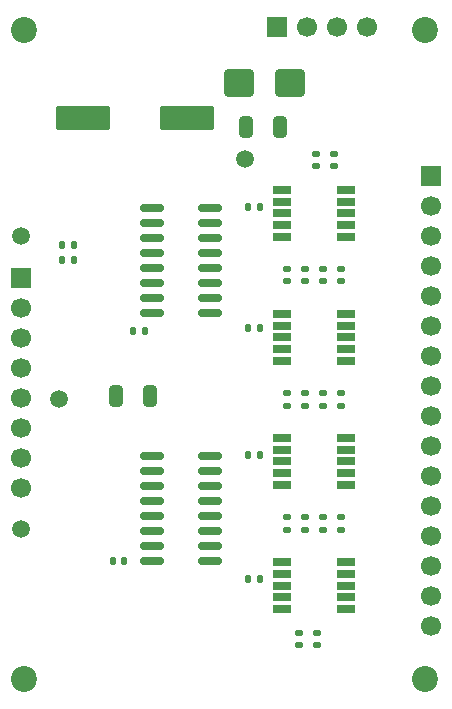
<source format=gts>
%TF.GenerationSoftware,KiCad,Pcbnew,9.0.6*%
%TF.CreationDate,2025-12-21T17:34:40-08:00*%
%TF.ProjectId,A3909 Prototyping,41333930-3920-4507-926f-746f74797069,rev?*%
%TF.SameCoordinates,Original*%
%TF.FileFunction,Soldermask,Top*%
%TF.FilePolarity,Negative*%
%FSLAX46Y46*%
G04 Gerber Fmt 4.6, Leading zero omitted, Abs format (unit mm)*
G04 Created by KiCad (PCBNEW 9.0.6) date 2025-12-21 17:34:40*
%MOMM*%
%LPD*%
G01*
G04 APERTURE LIST*
G04 Aperture macros list*
%AMRoundRect*
0 Rectangle with rounded corners*
0 $1 Rounding radius*
0 $2 $3 $4 $5 $6 $7 $8 $9 X,Y pos of 4 corners*
0 Add a 4 corners polygon primitive as box body*
4,1,4,$2,$3,$4,$5,$6,$7,$8,$9,$2,$3,0*
0 Add four circle primitives for the rounded corners*
1,1,$1+$1,$2,$3*
1,1,$1+$1,$4,$5*
1,1,$1+$1,$6,$7*
1,1,$1+$1,$8,$9*
0 Add four rect primitives between the rounded corners*
20,1,$1+$1,$2,$3,$4,$5,0*
20,1,$1+$1,$4,$5,$6,$7,0*
20,1,$1+$1,$6,$7,$8,$9,0*
20,1,$1+$1,$8,$9,$2,$3,0*%
G04 Aperture macros list end*
%ADD10RoundRect,0.140000X-0.140000X-0.170000X0.140000X-0.170000X0.140000X0.170000X-0.140000X0.170000X0*%
%ADD11RoundRect,0.250000X0.325000X0.650000X-0.325000X0.650000X-0.325000X-0.650000X0.325000X-0.650000X0*%
%ADD12RoundRect,0.250001X2.049999X0.799999X-2.049999X0.799999X-2.049999X-0.799999X2.049999X-0.799999X0*%
%ADD13RoundRect,0.140000X0.140000X0.170000X-0.140000X0.170000X-0.140000X-0.170000X0.140000X-0.170000X0*%
%ADD14RoundRect,0.250000X-0.325000X-0.650000X0.325000X-0.650000X0.325000X0.650000X-0.325000X0.650000X0*%
%ADD15RoundRect,0.250000X-1.000000X-0.900000X1.000000X-0.900000X1.000000X0.900000X-1.000000X0.900000X0*%
%ADD16C,1.500000*%
%ADD17C,2.200000*%
%ADD18R,1.525000X0.650000*%
%ADD19C,1.700000*%
%ADD20R,1.700000X1.700000*%
%ADD21RoundRect,0.135000X-0.135000X-0.185000X0.135000X-0.185000X0.135000X0.185000X-0.135000X0.185000X0*%
%ADD22RoundRect,0.135000X0.185000X-0.135000X0.185000X0.135000X-0.185000X0.135000X-0.185000X-0.135000X0*%
%ADD23RoundRect,0.135000X-0.185000X0.135000X-0.185000X-0.135000X0.185000X-0.135000X0.185000X0.135000X0*%
%ADD24RoundRect,0.150000X0.825000X0.150000X-0.825000X0.150000X-0.825000X-0.150000X0.825000X-0.150000X0*%
G04 APERTURE END LIST*
D10*
%TO.C,C1*%
X48730000Y-38000000D03*
X47770000Y-38000000D03*
%TD*%
%TO.C,C2*%
X48730000Y-48250000D03*
X47770000Y-48250000D03*
%TD*%
%TO.C,C3*%
X48730000Y-59000000D03*
X47770000Y-59000000D03*
%TD*%
%TO.C,C4*%
X48730000Y-69500000D03*
X47770000Y-69500000D03*
%TD*%
D11*
%TO.C,C5*%
X47525000Y-31250000D03*
X50475000Y-31250000D03*
%TD*%
D12*
%TO.C,C6*%
X33750000Y-30500000D03*
X42550000Y-30500000D03*
%TD*%
D13*
%TO.C,C7*%
X38020000Y-48500000D03*
X38980000Y-48500000D03*
%TD*%
D10*
%TO.C,C8*%
X37230000Y-68000000D03*
X36270000Y-68000000D03*
%TD*%
D14*
%TO.C,C9*%
X39475000Y-54000000D03*
X36525000Y-54000000D03*
%TD*%
D15*
%TO.C,D1*%
X51250000Y-27500000D03*
X46950000Y-27500000D03*
%TD*%
D16*
%TO.C,TP2*%
X28500000Y-65250000D03*
%TD*%
D17*
%TO.C,H1*%
X62750000Y-78000000D03*
%TD*%
%TO.C,H2*%
X62750000Y-23000000D03*
%TD*%
%TO.C,H3*%
X28750000Y-23000000D03*
%TD*%
%TO.C,H4*%
X28750000Y-78000000D03*
%TD*%
D18*
%TO.C,IC1*%
X56037000Y-47075000D03*
X56037000Y-48075000D03*
X56037000Y-49075000D03*
X56037000Y-50075000D03*
X56037000Y-51075000D03*
X50613000Y-51075000D03*
X50613000Y-50075000D03*
X50613000Y-49075000D03*
X50613000Y-48075000D03*
X50613000Y-47075000D03*
%TD*%
%TO.C,IC2*%
X56037000Y-36575000D03*
X56037000Y-37575000D03*
X56037000Y-38575000D03*
X56037000Y-39575000D03*
X56037000Y-40575000D03*
X50613000Y-40575000D03*
X50613000Y-39575000D03*
X50613000Y-38575000D03*
X50613000Y-37575000D03*
X50613000Y-36575000D03*
%TD*%
%TO.C,IC3*%
X56037000Y-68075000D03*
X56037000Y-69075000D03*
X56037000Y-70075000D03*
X56037000Y-71075000D03*
X56037000Y-72075000D03*
X50613000Y-72075000D03*
X50613000Y-71075000D03*
X50613000Y-70075000D03*
X50613000Y-69075000D03*
X50613000Y-68075000D03*
%TD*%
%TO.C,IC4*%
X56037000Y-57575000D03*
X56037000Y-58575000D03*
X56037000Y-59575000D03*
X56037000Y-60575000D03*
X56037000Y-61575000D03*
X50613000Y-61575000D03*
X50613000Y-60575000D03*
X50613000Y-59575000D03*
X50613000Y-58575000D03*
X50613000Y-57575000D03*
%TD*%
D19*
%TO.C,J1*%
X63250000Y-73462500D03*
X63250000Y-70922500D03*
X63250000Y-68382500D03*
X63250000Y-65842500D03*
X63250000Y-63302500D03*
X63250000Y-60762500D03*
X63250000Y-58222500D03*
X63250000Y-55682500D03*
X63250000Y-53142500D03*
X63250000Y-50602500D03*
X63250000Y-48062500D03*
X63250000Y-45522500D03*
X63250000Y-42982500D03*
X63250000Y-40442500D03*
X63250000Y-37902500D03*
D20*
X63250000Y-35362500D03*
%TD*%
D19*
%TO.C,J2*%
X57810000Y-22750000D03*
X55270000Y-22750000D03*
X52730000Y-22750000D03*
D20*
X50190000Y-22750000D03*
%TD*%
D19*
%TO.C,J3*%
X28500000Y-61790000D03*
X28500000Y-59250000D03*
X28500000Y-56710000D03*
X28500000Y-54170000D03*
X28500000Y-51630000D03*
X28500000Y-49090000D03*
X28500000Y-46550000D03*
D20*
X28500000Y-44010000D03*
%TD*%
D21*
%TO.C,R1*%
X33010000Y-41250000D03*
X31990000Y-41250000D03*
%TD*%
%TO.C,R2*%
X33010000Y-42500000D03*
X31990000Y-42500000D03*
%TD*%
D22*
%TO.C,R3*%
X52075000Y-74065000D03*
X52075000Y-75085000D03*
%TD*%
%TO.C,R4*%
X53575000Y-74065000D03*
X53575000Y-75085000D03*
%TD*%
D23*
%TO.C,R5*%
X52575000Y-65335000D03*
X52575000Y-64315000D03*
%TD*%
%TO.C,R6*%
X51075000Y-65335000D03*
X51075000Y-64315000D03*
%TD*%
D22*
%TO.C,R7*%
X54075000Y-64315000D03*
X54075000Y-65335000D03*
%TD*%
%TO.C,R8*%
X55575000Y-64315000D03*
X55575000Y-65335000D03*
%TD*%
D23*
%TO.C,R9*%
X52575000Y-54835000D03*
X52575000Y-53815000D03*
%TD*%
%TO.C,R10*%
X51075000Y-54835000D03*
X51075000Y-53815000D03*
%TD*%
D22*
%TO.C,R11*%
X54075000Y-53815000D03*
X54075000Y-54835000D03*
%TD*%
%TO.C,R12*%
X55575000Y-53815000D03*
X55575000Y-54835000D03*
%TD*%
D23*
%TO.C,R13*%
X52575000Y-44335000D03*
X52575000Y-43315000D03*
%TD*%
%TO.C,R14*%
X51075000Y-44335000D03*
X51075000Y-43315000D03*
%TD*%
D22*
%TO.C,R15*%
X54075000Y-43315000D03*
X54075000Y-44335000D03*
%TD*%
%TO.C,R16*%
X55575000Y-43315000D03*
X55575000Y-44335000D03*
%TD*%
D23*
%TO.C,R17*%
X55000000Y-34585000D03*
X55000000Y-33565000D03*
%TD*%
%TO.C,R18*%
X53500000Y-34585000D03*
X53500000Y-33565000D03*
%TD*%
D16*
%TO.C,TP3*%
X31750000Y-54250000D03*
%TD*%
D24*
%TO.C,U1*%
X39600000Y-47020000D03*
X39600000Y-45750000D03*
X39600000Y-44480000D03*
X39600000Y-43210000D03*
X39600000Y-41940000D03*
X39600000Y-40670000D03*
X39600000Y-39400000D03*
X39600000Y-38130000D03*
X44550000Y-38130000D03*
X44550000Y-39400000D03*
X44550000Y-40670000D03*
X44550000Y-41940000D03*
X44550000Y-43210000D03*
X44550000Y-44480000D03*
X44550000Y-45750000D03*
X44550000Y-47020000D03*
%TD*%
%TO.C,U2*%
X39600000Y-68020000D03*
X39600000Y-66750000D03*
X39600000Y-65480000D03*
X39600000Y-64210000D03*
X39600000Y-62940000D03*
X39600000Y-61670000D03*
X39600000Y-60400000D03*
X39600000Y-59130000D03*
X44550000Y-59130000D03*
X44550000Y-60400000D03*
X44550000Y-61670000D03*
X44550000Y-62940000D03*
X44550000Y-64210000D03*
X44550000Y-65480000D03*
X44550000Y-66750000D03*
X44550000Y-68020000D03*
%TD*%
D16*
%TO.C,TP4*%
X47500000Y-34000000D03*
%TD*%
%TO.C,TP1*%
X28500000Y-40500000D03*
%TD*%
M02*

</source>
